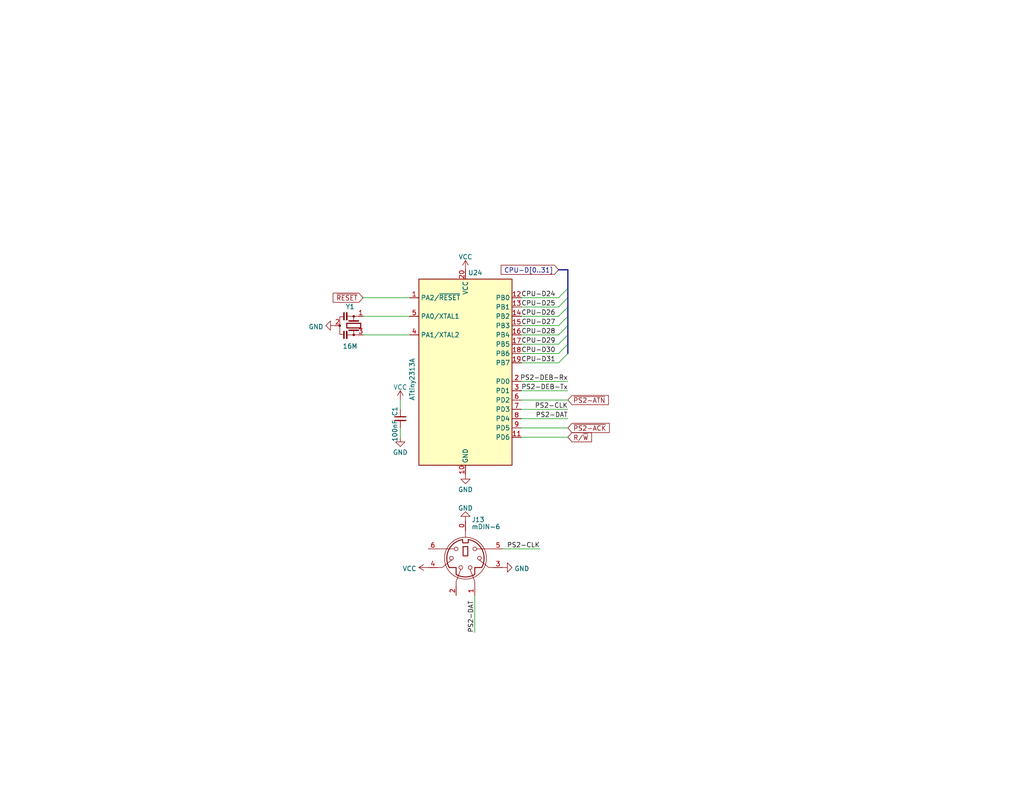
<source format=kicad_sch>
(kicad_sch (version 20230121) (generator eeschema)
  (paper "USLetter")
  (title_block (title "Wrap030-ATX Mainboard") (date "2023-03-26") (rev "1") (company "techav"))
  (lib_symbols
    (symbol "Device:C_Small" (pin_numbers hide) (pin_names (offset 0.254) hide)
      (property "Reference" "C" (at 0.254 1.778 0))
      (property "Value" "C_Small" (at 0.254 -2.032 0))
      (symbol "C_Small_0_1"
        (polyline (pts (xy -1.524 -0.508) (xy 1.524 -0.508)) (stroke (width 0.3302)))
        (polyline (pts (xy -1.524 0.508) (xy 1.524 0.508)) (stroke (width 0.3048)))
      )
      (symbol "C_Small_1_1"
        (pin passive line (at 0 2.54 270) (length 2.032) (name "~") (number "1"))
        (pin passive line (at 0 -2.54 90) (length 2.032) (name "~") (number "2"))
      )
    )
    (symbol "Device:Resonator_Small" (pin_names (offset 1.016) hide)
      (property "Reference" "Y" (at 3.175 1.905 0))
      (property "Value" "Resonator_Small" (at 3.175 0 0))
      (symbol "Resonator_Small_0_1"
        (rectangle (start -3.556 -2.54) (end -1.524 -2.794) (fill (type outline)))
        (rectangle (start -3.556 -1.778) (end -1.524 -2.032) (fill (type outline)))
        (circle (center -2.54 0) (radius 0.254) (fill (type outline)))
        (rectangle (start -0.635 1.905) (end 0.635 -1.905) (stroke (width 0.3048)))
        (circle (center 0 -3.81) (radius 0.254) (fill (type outline)))
        (polyline (pts (xy -2.54 -1.778) (xy -2.54 0)))
        (polyline (pts (xy -2.54 0) (xy -1.397 0)))
        (polyline (pts (xy -2.54 1.27) (xy -2.54 0)))
        (polyline (pts (xy -1.27 -1.27) (xy -1.27 1.27)) (stroke (width 0.381)))
        (polyline (pts (xy 1.27 -1.27) (xy 1.27 1.27)) (stroke (width 0.381)))
        (polyline (pts (xy 1.27 0) (xy 2.54 0)))
        (polyline (pts (xy 2.54 0) (xy 2.54 -1.778)))
        (polyline (pts (xy 2.54 1.27) (xy 2.54 0)))
        (polyline (pts (xy 2.413 -2.794) (xy 2.413 -3.81) (xy -2.413 -3.81) (xy -2.413 -2.667)))
        (rectangle (start 1.524 -2.54) (end 3.556 -2.794) (fill (type outline)))
        (rectangle (start 1.524 -1.778) (end 3.556 -2.032) (fill (type outline)))
        (circle (center 2.54 0) (radius 0.254) (fill (type outline)))
      )
      (symbol "Resonator_Small_1_1"
        (pin passive line (at -2.54 2.54 270) (length 1.27) (name "1") (number "1"))
        (pin passive line (at 0 -5.08 90) (length 1.27) (name "2") (number "2"))
        (pin passive line (at 2.54 2.54 270) (length 1.27) (name "3") (number "3"))
      )
    )
    (symbol "MCU_Microchip_ATtiny:ATtiny2313-20P"
      (property "Reference" "U" (at -12.7 26.67 0))
      (property "Value" "ATtiny2313-20P" (at 2.54 -26.67 0))
      (symbol "ATtiny2313-20P_0_1"
        (rectangle (start -12.7 -25.4) (end 12.7 25.4) (stroke (width 0.254)) (fill (type background)))
      )
      (symbol "ATtiny2313-20P_1_1"
        (pin bidirectional line (at -15.24 20.32 0) (length 2.54) (name "PA2/~{RESET}") (number "1"))
        (pin power_in line (at 0 -27.94 90) (length 2.54) (name "GND") (number "10"))
        (pin bidirectional line (at 15.24 -17.78 180) (length 2.54) (name "PD6") (number "11"))
        (pin bidirectional line (at 15.24 20.32 180) (length 2.54) (name "PB0") (number "12"))
        (pin bidirectional line (at 15.24 17.78 180) (length 2.54) (name "PB1") (number "13"))
        (pin bidirectional line (at 15.24 15.24 180) (length 2.54) (name "PB2") (number "14"))
        (pin bidirectional line (at 15.24 12.7 180) (length 2.54) (name "PB3") (number "15"))
        (pin bidirectional line (at 15.24 10.16 180) (length 2.54) (name "PB4") (number "16"))
        (pin bidirectional line (at 15.24 7.62 180) (length 2.54) (name "PB5") (number "17"))
        (pin bidirectional line (at 15.24 5.08 180) (length 2.54) (name "PB6") (number "18"))
        (pin bidirectional line (at 15.24 2.54 180) (length 2.54) (name "PB7") (number "19"))
        (pin bidirectional line (at 15.24 -2.54 180) (length 2.54) (name "PD0") (number "2"))
        (pin power_in line (at 0 27.94 270) (length 2.54) (name "VCC") (number "20"))
        (pin bidirectional line (at 15.24 -5.08 180) (length 2.54) (name "PD1") (number "3"))
        (pin bidirectional line (at -15.24 10.16 0) (length 2.54) (name "PA1/XTAL2") (number "4"))
        (pin bidirectional line (at -15.24 15.24 0) (length 2.54) (name "PA0/XTAL1") (number "5"))
        (pin bidirectional line (at 15.24 -7.62 180) (length 2.54) (name "PD2") (number "6"))
        (pin bidirectional line (at 15.24 -10.16 180) (length 2.54) (name "PD3") (number "7"))
        (pin bidirectional line (at 15.24 -12.7 180) (length 2.54) (name "PD4") (number "8"))
        (pin bidirectional line (at 15.24 -15.24 180) (length 2.54) (name "PD5") (number "9"))
      )
    )
    (symbol "Wrap030-ATX:miniDIN-6 w/Shield" (pin_names (offset 1.016))
      (property "Reference" "J" (at 3.175 5.715 0))
      (property "Value" "mDIN-6" (at 4.445 -4.445 0))
      (symbol "miniDIN-6 w/Shield_0_1"
        (arc (start -5.08 0) (mid -4.9292 -1.3117) (end -4.445 -2.54) (stroke (width 0.254)))
        (circle (center -3.81 0) (radius 0.508))
        (arc (start -2.54 -4.445) (mid 0 -5.1178) (end 2.54 -4.445) (stroke (width 0.254)))
        (circle (center -2.54 2.54) (radius 0.508))
        (circle (center -1.27 -2.54) (radius 0.508))
        (arc (start -0.762 5.08) (mid -3.8597 3.3379) (end -5.08 0) (stroke (width 0.254)))
        (rectangle (start -0.635 3.175) (end 0.635 0.635) (stroke (width 0.254)))
        (polyline (pts (xy -7.62 2.54) (xy -3.048 2.54)))
        (polyline (pts (xy 0 7.62) (xy 0 5.715)))
        (polyline (pts (xy 7.62 2.54) (xy 3.048 2.54)))
        (polyline (pts (xy -3.81 -0.508) (xy -6.35 -2.54) (xy -7.62 -2.54)))
        (polyline (pts (xy -2.54 -7.62) (xy -2.54 -6.35) (xy -1.27 -3.048)))
        (polyline (pts (xy -2.54 -4.318) (xy -2.54 -2.54) (xy -4.445 -2.54)) (stroke (width 0.254)))
        (polyline (pts (xy 2.54 -7.493) (xy 2.54 -6.35) (xy 1.27 -3.048)))
        (polyline (pts (xy 2.54 -4.318) (xy 2.54 -2.54) (xy 4.445 -2.54)) (stroke (width 0.254)))
        (polyline (pts (xy 7.62 -2.54) (xy 6.35 -2.54) (xy 3.81 -0.508)))
        (polyline (pts (xy -0.762 4.953) (xy -0.762 4.191) (xy 0.762 4.191) (xy 0.762 4.953)) (stroke (width 0.254)))
        (circle (center 0 0) (radius 5.715))
        (circle (center 1.27 -2.54) (radius 0.508))
        (circle (center 2.54 2.54) (radius 0.508))
        (circle (center 3.81 0) (radius 0.508))
        (arc (start 4.445 -2.54) (mid 4.9284 -1.3115) (end 5.08 0) (stroke (width 0.254)))
        (arc (start 5.08 0) (mid 3.8673 3.3444) (end 0.762 5.08) (stroke (width 0.254)))
      )
      (symbol "miniDIN-6 w/Shield_1_1"
        (pin passive line (at 0 10.16 270) (length 2.54) (name "") (number "0"))
        (pin passive line (at 2.54 -10.16 90) (length 2.54) (name "~") (number "1"))
        (pin passive line (at -2.54 -10.16 90) (length 2.54) (name "~") (number "2"))
        (pin passive line (at 10.16 -2.54 180) (length 2.54) (name "~") (number "3"))
        (pin passive line (at -10.16 -2.54 0) (length 2.54) (name "~") (number "4"))
        (pin passive line (at 10.16 2.54 180) (length 2.54) (name "~") (number "5"))
        (pin passive line (at -10.16 2.54 0) (length 2.54) (name "~") (number "6"))
      )
    )
    (symbol "power:GND" (power) (pin_names (offset 0))
      (property "Value" "GND" (at 0 -3.81 0))
      (symbol "GND_0_1"
        (polyline (pts (xy 0 0) (xy 0 -1.27) (xy 1.27 -1.27) (xy 0 -2.54) (xy -1.27 -1.27) (xy 0 -1.27)))
      )
      (symbol "GND_1_1"
        (pin power_in line (at 0 0 270) (length 0) hide (name "GND") (number "1"))
      )
    )
    (symbol "power:VCC" (power) (pin_names (offset 0))
      (property "Value" "VCC" (at 0 3.81 0))
      (symbol "VCC_0_1"
        (polyline (pts (xy -0.762 1.27) (xy 0 2.54)))
        (polyline (pts (xy 0 0) (xy 0 2.54)))
        (polyline (pts (xy 0 2.54) (xy 0.762 1.27)))
      )
      (symbol "VCC_1_1"
        (pin power_in line (at 0 0 90) (length 0) hide (name "VCC") (number "1"))
      )
    )
  )
  (bus_entry (at 154.94 78.74) (size -2.54 2.54))
  (bus_entry (at 154.94 83.82) (size -2.54 2.54))
  (bus_entry (at 154.94 81.28) (size -2.54 2.54))
  (bus_entry (at 154.94 91.44) (size -2.54 2.54))
  (bus_entry (at 154.94 96.52) (size -2.54 2.54))
  (bus_entry (at 154.94 93.98) (size -2.54 2.54))
  (bus_entry (at 154.94 86.36) (size -2.54 2.54))
  (bus_entry (at 154.94 88.9) (size -2.54 2.54))
  (bus (pts (xy 154.94 78.74) (xy 154.94 81.28)))
  (bus (pts (xy 154.94 81.28) (xy 154.94 83.82)))
  (wire (pts (xy 129.54 172.72) (xy 129.54 162.56)))
  (wire (pts (xy 142.24 116.84) (xy 154.94 116.84)))
  (wire (pts (xy 142.24 111.76) (xy 154.94 111.76)))
  (wire (pts (xy 99.06 91.44) (xy 111.76 91.44)))
  (wire (pts (xy 142.24 99.06) (xy 152.4 99.06)))
  (wire (pts (xy 142.24 96.52) (xy 152.4 96.52)))
  (wire (pts (xy 142.24 114.3) (xy 154.94 114.3)))
  (wire (pts (xy 142.24 88.9) (xy 152.4 88.9)))
  (bus (pts (xy 152.4 73.66) (xy 154.94 73.66)))
  (wire (pts (xy 99.06 86.36) (xy 111.76 86.36)))
  (bus (pts (xy 154.94 73.66) (xy 154.94 78.74)))
  (wire (pts (xy 142.24 106.68) (xy 154.94 106.68)))
  (bus (pts (xy 154.94 93.98) (xy 154.94 96.52)))
  (wire (pts (xy 109.22 119.38) (xy 109.22 116.84)))
  (bus (pts (xy 154.94 86.36) (xy 154.94 88.9)))
  (wire (pts (xy 142.24 119.38) (xy 154.94 119.38)))
  (wire (pts (xy 142.24 81.28) (xy 152.4 81.28)))
  (bus (pts (xy 154.94 91.44) (xy 154.94 93.98)))
  (wire (pts (xy 142.24 83.82) (xy 152.4 83.82)))
  (wire (pts (xy 142.24 86.36) (xy 152.4 86.36)))
  (wire (pts (xy 99.06 81.28) (xy 111.76 81.28)))
  (wire (pts (xy 142.24 93.98) (xy 152.4 93.98)))
  (wire (pts (xy 142.24 91.44) (xy 152.4 91.44)))
  (bus (pts (xy 154.94 88.9) (xy 154.94 91.44)))
  (bus (pts (xy 154.94 83.82) (xy 154.94 86.36)))
  (wire (pts (xy 142.24 104.14) (xy 154.94 104.14)))
  (wire (pts (xy 142.24 109.22) (xy 154.94 109.22)))
  (wire (pts (xy 137.16 149.86) (xy 147.32 149.86)))
  (wire (pts (xy 109.22 109.22) (xy 109.22 111.76)))
  (label "CPU-D25" (at 142.24 83.82 0))
  (label "CPU-D26" (at 142.24 86.36 0))
  (label "CPU-D31" (at 142.24 99.06 0))
  (label "CPU-D27" (at 142.24 88.9 0))
  (label "PS2-DEB-Rx" (at 154.94 104.14 180))
  (label "PS2-DAT" (at 129.54 172.72 90))
  (label "CPU-D30" (at 142.24 96.52 0))
  (label "CPU-D24" (at 142.24 81.28 0))
  (label "PS2-DEB-Tx" (at 154.94 106.68 180))
  (label "CPU-D28" (at 142.24 91.44 0))
  (label "CPU-D29" (at 142.24 93.98 0))
  (label "PS2-CLK" (at 147.32 149.86 180))
  (label "PS2-DAT" (at 154.94 114.3 180))
  (label "PS2-CLK" (at 154.94 111.76 180))
  (global_label "~{RESET}" (shape input) (at 99.06 81.28 180) (property "Intersheetrefs" "${INTERSHEET_REFS}" (effects hide)))
  (global_label "~{PS2-ACK}" (shape input) (at 154.94 116.84 0) (property "Intersheetrefs" "${INTERSHEET_REFS}" (effects hide)))
  (global_label "~{PS2-ATN}" (shape input) (at 154.94 109.22 0) (property "Intersheetrefs" "${INTERSHEET_REFS}" (effects hide)))
  (global_label "CPU-D[0..31]" (shape input) (at 152.4 73.66 180) (property "Intersheetrefs" "${INTERSHEET_REFS}" (effects hide)))
  (global_label "R{slash}~{W}" (shape input) (at 154.94 119.38 0) (property "Intersheetrefs" "${INTERSHEET_REFS}" (effects hide)))
  (symbol (lib_id "power:GND") (at 109.22 119.38 0) (unit 1)
    (property "Reference" "#PWR04" (effects hide))
    (property "Value" "GND" (at 109.22 123.5155 0))
    (instances (project "Wrap030-ATX" (path "" (reference "#PWR04") (unit 1)) (path "" (reference "#PWR064") (unit 1)) (path "" (reference "#PWR0134") (unit 1)) (path "" (reference "#PWR0174") (unit 1)) (path "" (reference "#PWR0332") (unit 1))))
  )
  (symbol (lib_id "power:VCC") (at 116.84 154.94 90) (unit 1)
    (property "Reference" "#PWR03" (effects hide))
    (property "Value" "VCC" (at 113.665 155.2568 90) (effects (justify left)))
    (instances (project "Wrap030-ATX" (path "" (reference "#PWR03") (unit 1)) (path "" (reference "#PWR063") (unit 1)) (path "" (reference "#PWR0133") (unit 1)) (path "" (reference "#PWR0173") (unit 1)) (path "" (reference "#PWR0336") (unit 1))))
  )
  (symbol (lib_id "power:GND") (at 137.16 154.94 90) (unit 1)
    (property "Reference" "#PWR04" (effects hide))
    (property "Value" "GND" (at 140.335 155.2568 90) (effects (justify right)))
    (instances (project "Wrap030-ATX" (path "" (reference "#PWR04") (unit 1)) (path "" (reference "#PWR064") (unit 1)) (path "" (reference "#PWR0134") (unit 1)) (path "" (reference "#PWR0174") (unit 1)) (path "" (reference "#PWR0335") (unit 1))))
  )
  (symbol (lib_id "MCU_Microchip_ATtiny:ATtiny2313-20P") (at 127 101.6 0) (unit 1)
    (property "Reference" "U24" (at 127.6859 74.4601 0) (effects (justify left)))
    (property "Value" "ATtiny2313A" (at 112.4459 109.4011 90) (effects (justify left)))
    (property "Footprint" "Package_DIP:DIP-20_W7.62mm" (effects hide))
    (property "Datasheet" "http://ww1.microchip.com/downloads/en/DeviceDoc/Atmel-2543-AVR-ATtiny2313_Datasheet.pdf" (effects hide))
    (property "Mouser-Part" "556-ATTINY2313A-PU" (effects hide))
    (property "Notes" "Mouser" (effects hide))
    (property "Socket-Mouser" "571-1-2199298-6" (effects hide))
  )
  (symbol (lib_id "power:GND") (at 127 142.24 180) (unit 1)
    (property "Reference" "#PWR04" (effects hide))
    (property "Value" "GND" (at 127 138.7381 0))
    (instances (project "Wrap030-ATX" (path "" (reference "#PWR04") (unit 1)) (path "" (reference "#PWR064") (unit 1)) (path "" (reference "#PWR0134") (unit 1)) (path "" (reference "#PWR0174") (unit 1)) (path "" (reference "#PWR0351") (unit 1))))
  )
  (symbol (lib_id "Device:Resonator_Small") (at 96.52 88.9 270) (unit 1)
    (property "Reference" "Y1" (at 95.5167 83.7311 90))
    (property "Value" "16M" (at 95.5167 94.5421 90))
    (property "Footprint" "Crystal:Resonator-3Pin_W7.0mm_H2.5mm" (effects hide))
    (property "Mouser-Part" "81-CSTLS16M0X55-B0" (effects hide))
    (property "Notes" "Mouser" (effects hide))
  )
  (symbol (lib_id "Device:C_Small") (at 109.22 114.3 0) (unit 1)
    (property "Reference" "C1" (at 107.7341 113.6626 90) (effects (justify left)))
    (property "Value" "100nF" (at 107.7341 120.6636 90) (effects (justify left)))
    (property "Footprint" "Capacitor_SMD:C_0402_1005Metric_Pad0.74x0.62mm_HandSolder" (effects hide))
    (property "JLC-Part" "https://jlcpcb.com/partdetail/1877-CL05B104KO5NNNC/C1525" (effects hide))
    (property "Mouser-Part" "187-CL05B104KO5NNNC" (effects hide))
    (property "Notes" "JLC" (effects hide))
    (instances (project "Wrap030-ATX" (path "" (reference "C1") (unit 1)) (path "" (reference "C27") (unit 1)) (path "" (reference "C50") (unit 1)) (path "" (reference "C63") (unit 1)) (path "" (reference "C110") (unit 1))))
  )
  (symbol (lib_id "Wrap030-ATX:miniDIN-6 w/Shield") (at 127 152.4 0) (unit 1)
    (property "Reference" "J13" (at 128.6511 141.8971 0) (effects (justify left)))
    (property "Value" "mDIN-6" (at 128.6511 143.8181 0) (effects (justify left)))
    (property "Footprint" "Wrap030-ATX:MiniDIN6" (effects hide))
    (property "Datasheet" "https://www.te.com/commerce/DocumentDelivery/DDEController?Action=srchrtrv&DocNm=5749266&DocType=Customer+Drawing&DocLang=English&PartCntxt=5749266-1&DocFormat=pdf" (effects hide))
    (property "Mouser-Part" "571-5749266-1" (effects hide))
    (property "Notes" "Mouser" (effects hide))
  )
  (symbol (lib_id "power:VCC") (at 127 73.66 0) (unit 1)
    (property "Reference" "#PWR03" (effects hide))
    (property "Value" "VCC" (at 127 70.1581 0))
    (instances (project "Wrap030-ATX" (path "" (reference "#PWR03") (unit 1)) (path "" (reference "#PWR063") (unit 1)) (path "" (reference "#PWR0133") (unit 1)) (path "" (reference "#PWR0173") (unit 1)) (path "" (reference "#PWR0333") (unit 1))))
  )
  (symbol (lib_id "power:VCC") (at 109.22 109.22 0) (unit 1)
    (property "Reference" "#PWR03" (effects hide))
    (property "Value" "VCC" (at 109.22 105.7181 0))
    (instances (project "Wrap030-ATX" (path "" (reference "#PWR03") (unit 1)) (path "" (reference "#PWR063") (unit 1)) (path "" (reference "#PWR0133") (unit 1)) (path "" (reference "#PWR0173") (unit 1)) (path "" (reference "#PWR0331") (unit 1))))
  )
  (symbol (lib_id "power:GND") (at 127 129.54 0) (unit 1)
    (property "Reference" "#PWR04" (effects hide))
    (property "Value" "GND" (at 127 133.6755 0))
    (instances (project "Wrap030-ATX" (path "" (reference "#PWR04") (unit 1)) (path "" (reference "#PWR064") (unit 1)) (path "" (reference "#PWR0134") (unit 1)) (path "" (reference "#PWR0174") (unit 1)) (path "" (reference "#PWR0334") (unit 1))))
  )
  (symbol (lib_id "power:GND") (at 91.44 88.9 270) (unit 1)
    (property "Reference" "#PWR04" (effects hide))
    (property "Value" "GND" (at 88.2651 89.2168 90) (effects (justify right)))
    (instances (project "Wrap030-ATX" (path "" (reference "#PWR04") (unit 1)) (path "" (reference "#PWR064") (unit 1)) (path "" (reference "#PWR0134") (unit 1)) (path "" (reference "#PWR0174") (unit 1)) (path "" (reference "#PWR0337") (unit 1))))
  )
)
</source>
